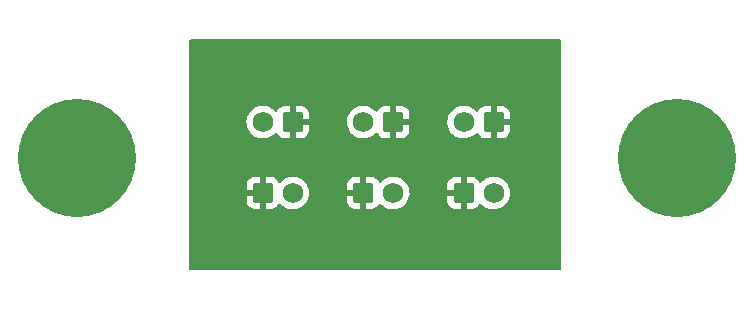
<source format=gbr>
%TF.GenerationSoftware,KiCad,Pcbnew,(6.0.7)*%
%TF.CreationDate,2022-11-15T19:19:08-05:00*%
%TF.ProjectId,4272Pwr_Sub_Dist,34323732-5077-4725-9f53-75625f446973,rev?*%
%TF.SameCoordinates,Original*%
%TF.FileFunction,Copper,L2,Bot*%
%TF.FilePolarity,Positive*%
%FSLAX46Y46*%
G04 Gerber Fmt 4.6, Leading zero omitted, Abs format (unit mm)*
G04 Created by KiCad (PCBNEW (6.0.7)) date 2022-11-15 19:19:08*
%MOMM*%
%LPD*%
G01*
G04 APERTURE LIST*
G04 Aperture macros list*
%AMRoundRect*
0 Rectangle with rounded corners*
0 $1 Rounding radius*
0 $2 $3 $4 $5 $6 $7 $8 $9 X,Y pos of 4 corners*
0 Add a 4 corners polygon primitive as box body*
4,1,4,$2,$3,$4,$5,$6,$7,$8,$9,$2,$3,0*
0 Add four circle primitives for the rounded corners*
1,1,$1+$1,$2,$3*
1,1,$1+$1,$4,$5*
1,1,$1+$1,$6,$7*
1,1,$1+$1,$8,$9*
0 Add four rect primitives between the rounded corners*
20,1,$1+$1,$2,$3,$4,$5,0*
20,1,$1+$1,$4,$5,$6,$7,0*
20,1,$1+$1,$6,$7,$8,$9,0*
20,1,$1+$1,$8,$9,$2,$3,0*%
G04 Aperture macros list end*
%TA.AperFunction,ComponentPad*%
%ADD10C,5.400000*%
%TD*%
%TA.AperFunction,ConnectorPad*%
%ADD11C,10.000000*%
%TD*%
%TA.AperFunction,ComponentPad*%
%ADD12RoundRect,0.250000X-0.620000X-0.620000X0.620000X-0.620000X0.620000X0.620000X-0.620000X0.620000X0*%
%TD*%
%TA.AperFunction,ComponentPad*%
%ADD13C,1.740000*%
%TD*%
%TA.AperFunction,ComponentPad*%
%ADD14RoundRect,0.250000X0.620000X0.620000X-0.620000X0.620000X-0.620000X-0.620000X0.620000X-0.620000X0*%
%TD*%
G04 APERTURE END LIST*
D10*
%TO.P,REF\u002A\u002A,1*%
%TO.N,N/C*%
X165800000Y-60000000D03*
D11*
X165800000Y-60000000D03*
%TD*%
D12*
%TO.P,P6,1,Pin_1*%
%TO.N,GND*%
X147730000Y-63000000D03*
D13*
%TO.P,P6,2,Pin_2*%
%TO.N,+5V*%
X150270000Y-63000000D03*
%TD*%
D12*
%TO.P,P5,1,Pin_1*%
%TO.N,GND*%
X139230000Y-63000000D03*
D13*
%TO.P,P5,2,Pin_2*%
%TO.N,+5V*%
X141770000Y-63000000D03*
%TD*%
D12*
%TO.P,P4,1,Pin_1*%
%TO.N,GND*%
X130730000Y-63000000D03*
D13*
%TO.P,P4,2,Pin_2*%
%TO.N,+5V*%
X133270000Y-63000000D03*
%TD*%
D14*
%TO.P,P3,1,Pin_1*%
%TO.N,GND*%
X150270000Y-57000000D03*
D13*
%TO.P,P3,2,Pin_2*%
%TO.N,+5V*%
X147730000Y-57000000D03*
%TD*%
D14*
%TO.P,P2,1,Pin_1*%
%TO.N,GND*%
X141770000Y-57000000D03*
D13*
%TO.P,P2,2,Pin_2*%
%TO.N,+5V*%
X139230000Y-57000000D03*
%TD*%
D14*
%TO.P,P1,1,Pin_1*%
%TO.N,GND*%
X133270000Y-57000000D03*
D13*
%TO.P,P1,2,Pin_2*%
%TO.N,+5V*%
X130730000Y-57000000D03*
%TD*%
D11*
%TO.P,REF\u002A\u002A,1*%
%TO.N,N/C*%
X115000000Y-60000000D03*
D10*
X115000000Y-60000000D03*
%TD*%
%TA.AperFunction,Conductor*%
%TO.N,GND*%
G36*
X155942121Y-50020002D02*
G01*
X155988614Y-50073658D01*
X156000000Y-50126000D01*
X156000000Y-69374000D01*
X155979998Y-69442121D01*
X155926342Y-69488614D01*
X155874000Y-69500000D01*
X124626000Y-69500000D01*
X124557879Y-69479998D01*
X124511386Y-69426342D01*
X124500000Y-69374000D01*
X124500000Y-63667095D01*
X129352001Y-63667095D01*
X129352338Y-63673614D01*
X129362257Y-63769206D01*
X129365149Y-63782600D01*
X129416588Y-63936784D01*
X129422761Y-63949962D01*
X129508063Y-64087807D01*
X129517099Y-64099208D01*
X129631829Y-64213739D01*
X129643240Y-64222751D01*
X129781243Y-64307816D01*
X129794424Y-64313963D01*
X129948710Y-64365138D01*
X129962086Y-64368005D01*
X130056438Y-64377672D01*
X130062854Y-64378000D01*
X130457885Y-64378000D01*
X130473124Y-64373525D01*
X130474329Y-64372135D01*
X130476000Y-64364452D01*
X130476000Y-64359884D01*
X130984000Y-64359884D01*
X130988475Y-64375123D01*
X130989865Y-64376328D01*
X130997548Y-64377999D01*
X131397095Y-64377999D01*
X131403614Y-64377662D01*
X131499206Y-64367743D01*
X131512600Y-64364851D01*
X131666784Y-64313412D01*
X131679962Y-64307239D01*
X131817807Y-64221937D01*
X131829208Y-64212901D01*
X131943739Y-64098171D01*
X131952751Y-64086760D01*
X132041658Y-63942525D01*
X132043653Y-63943755D01*
X132083121Y-63898930D01*
X132151399Y-63879469D01*
X132219359Y-63900011D01*
X132245636Y-63922967D01*
X132298823Y-63984368D01*
X132298828Y-63984373D01*
X132302209Y-63988276D01*
X132476615Y-64133071D01*
X132481082Y-64135681D01*
X132667867Y-64244829D01*
X132667870Y-64244831D01*
X132672329Y-64247436D01*
X132884093Y-64328301D01*
X132889161Y-64329332D01*
X132889164Y-64329333D01*
X132998172Y-64351511D01*
X133106221Y-64373494D01*
X133111394Y-64373684D01*
X133111397Y-64373684D01*
X133327583Y-64381611D01*
X133327587Y-64381611D01*
X133332747Y-64381800D01*
X133337867Y-64381144D01*
X133337869Y-64381144D01*
X133442478Y-64367743D01*
X133557588Y-64352997D01*
X133562537Y-64351512D01*
X133562543Y-64351511D01*
X133769756Y-64289344D01*
X133769755Y-64289344D01*
X133774706Y-64287859D01*
X133978270Y-64188134D01*
X133982475Y-64185134D01*
X133982481Y-64185131D01*
X134158609Y-64059500D01*
X134158611Y-64059498D01*
X134162813Y-64056501D01*
X134323378Y-63896495D01*
X134335613Y-63879469D01*
X134452636Y-63716613D01*
X134455654Y-63712413D01*
X134478052Y-63667095D01*
X137852001Y-63667095D01*
X137852338Y-63673614D01*
X137862257Y-63769206D01*
X137865149Y-63782600D01*
X137916588Y-63936784D01*
X137922761Y-63949962D01*
X138008063Y-64087807D01*
X138017099Y-64099208D01*
X138131829Y-64213739D01*
X138143240Y-64222751D01*
X138281243Y-64307816D01*
X138294424Y-64313963D01*
X138448710Y-64365138D01*
X138462086Y-64368005D01*
X138556438Y-64377672D01*
X138562854Y-64378000D01*
X138957885Y-64378000D01*
X138973124Y-64373525D01*
X138974329Y-64372135D01*
X138976000Y-64364452D01*
X138976000Y-64359884D01*
X139484000Y-64359884D01*
X139488475Y-64375123D01*
X139489865Y-64376328D01*
X139497548Y-64377999D01*
X139897095Y-64377999D01*
X139903614Y-64377662D01*
X139999206Y-64367743D01*
X140012600Y-64364851D01*
X140166784Y-64313412D01*
X140179962Y-64307239D01*
X140317807Y-64221937D01*
X140329208Y-64212901D01*
X140443739Y-64098171D01*
X140452751Y-64086760D01*
X140541658Y-63942525D01*
X140543653Y-63943755D01*
X140583121Y-63898930D01*
X140651399Y-63879469D01*
X140719359Y-63900011D01*
X140745636Y-63922967D01*
X140798823Y-63984368D01*
X140798828Y-63984373D01*
X140802209Y-63988276D01*
X140976615Y-64133071D01*
X140981082Y-64135681D01*
X141167867Y-64244829D01*
X141167870Y-64244831D01*
X141172329Y-64247436D01*
X141384093Y-64328301D01*
X141389161Y-64329332D01*
X141389164Y-64329333D01*
X141498172Y-64351511D01*
X141606221Y-64373494D01*
X141611394Y-64373684D01*
X141611397Y-64373684D01*
X141827583Y-64381611D01*
X141827587Y-64381611D01*
X141832747Y-64381800D01*
X141837867Y-64381144D01*
X141837869Y-64381144D01*
X141942478Y-64367743D01*
X142057588Y-64352997D01*
X142062537Y-64351512D01*
X142062543Y-64351511D01*
X142269756Y-64289344D01*
X142269755Y-64289344D01*
X142274706Y-64287859D01*
X142478270Y-64188134D01*
X142482475Y-64185134D01*
X142482481Y-64185131D01*
X142658609Y-64059500D01*
X142658611Y-64059498D01*
X142662813Y-64056501D01*
X142823378Y-63896495D01*
X142835613Y-63879469D01*
X142952636Y-63716613D01*
X142955654Y-63712413D01*
X142978052Y-63667095D01*
X146352001Y-63667095D01*
X146352338Y-63673614D01*
X146362257Y-63769206D01*
X146365149Y-63782600D01*
X146416588Y-63936784D01*
X146422761Y-63949962D01*
X146508063Y-64087807D01*
X146517099Y-64099208D01*
X146631829Y-64213739D01*
X146643240Y-64222751D01*
X146781243Y-64307816D01*
X146794424Y-64313963D01*
X146948710Y-64365138D01*
X146962086Y-64368005D01*
X147056438Y-64377672D01*
X147062854Y-64378000D01*
X147457885Y-64378000D01*
X147473124Y-64373525D01*
X147474329Y-64372135D01*
X147476000Y-64364452D01*
X147476000Y-64359884D01*
X147984000Y-64359884D01*
X147988475Y-64375123D01*
X147989865Y-64376328D01*
X147997548Y-64377999D01*
X148397095Y-64377999D01*
X148403614Y-64377662D01*
X148499206Y-64367743D01*
X148512600Y-64364851D01*
X148666784Y-64313412D01*
X148679962Y-64307239D01*
X148817807Y-64221937D01*
X148829208Y-64212901D01*
X148943739Y-64098171D01*
X148952751Y-64086760D01*
X149041658Y-63942525D01*
X149043653Y-63943755D01*
X149083121Y-63898930D01*
X149151399Y-63879469D01*
X149219359Y-63900011D01*
X149245636Y-63922967D01*
X149298823Y-63984368D01*
X149298828Y-63984373D01*
X149302209Y-63988276D01*
X149476615Y-64133071D01*
X149481082Y-64135681D01*
X149667867Y-64244829D01*
X149667870Y-64244831D01*
X149672329Y-64247436D01*
X149884093Y-64328301D01*
X149889161Y-64329332D01*
X149889164Y-64329333D01*
X149998172Y-64351511D01*
X150106221Y-64373494D01*
X150111394Y-64373684D01*
X150111397Y-64373684D01*
X150327583Y-64381611D01*
X150327587Y-64381611D01*
X150332747Y-64381800D01*
X150337867Y-64381144D01*
X150337869Y-64381144D01*
X150442478Y-64367743D01*
X150557588Y-64352997D01*
X150562537Y-64351512D01*
X150562543Y-64351511D01*
X150769756Y-64289344D01*
X150769755Y-64289344D01*
X150774706Y-64287859D01*
X150978270Y-64188134D01*
X150982475Y-64185134D01*
X150982481Y-64185131D01*
X151158609Y-64059500D01*
X151158611Y-64059498D01*
X151162813Y-64056501D01*
X151323378Y-63896495D01*
X151335613Y-63879469D01*
X151452636Y-63716613D01*
X151455654Y-63712413D01*
X151556089Y-63509199D01*
X151621985Y-63292310D01*
X151651573Y-63067570D01*
X151653224Y-63000000D01*
X151647077Y-62925233D01*
X151635074Y-62779235D01*
X151635073Y-62779229D01*
X151634650Y-62774084D01*
X151579428Y-62554234D01*
X151577369Y-62549498D01*
X151491100Y-62351093D01*
X151491098Y-62351090D01*
X151489040Y-62346356D01*
X151476155Y-62326438D01*
X151368722Y-62160373D01*
X151368720Y-62160370D01*
X151365914Y-62156033D01*
X151213356Y-61988374D01*
X151209305Y-61985175D01*
X151209301Y-61985171D01*
X151039519Y-61851085D01*
X151039515Y-61851083D01*
X151035464Y-61847883D01*
X150837015Y-61738334D01*
X150832146Y-61736610D01*
X150832142Y-61736608D01*
X150628214Y-61664393D01*
X150628210Y-61664392D01*
X150623339Y-61662667D01*
X150618246Y-61661760D01*
X150618243Y-61661759D01*
X150545832Y-61648861D01*
X150400173Y-61622915D01*
X150314179Y-61621864D01*
X150178681Y-61620208D01*
X150178679Y-61620208D01*
X150173511Y-61620145D01*
X149949441Y-61654433D01*
X149733979Y-61724857D01*
X149729391Y-61727245D01*
X149729387Y-61727247D01*
X149537502Y-61827136D01*
X149532913Y-61829525D01*
X149528780Y-61832628D01*
X149528777Y-61832630D01*
X149421415Y-61913240D01*
X149351641Y-61965628D01*
X149326255Y-61992193D01*
X149241261Y-62081134D01*
X149179737Y-62116564D01*
X149108824Y-62113107D01*
X149051038Y-62071861D01*
X149041346Y-62056112D01*
X149041094Y-62056268D01*
X148951937Y-61912193D01*
X148942901Y-61900792D01*
X148828171Y-61786261D01*
X148816760Y-61777249D01*
X148678757Y-61692184D01*
X148665576Y-61686037D01*
X148511290Y-61634862D01*
X148497914Y-61631995D01*
X148403562Y-61622328D01*
X148397145Y-61622000D01*
X148002115Y-61622000D01*
X147986876Y-61626475D01*
X147985671Y-61627865D01*
X147984000Y-61635548D01*
X147984000Y-64359884D01*
X147476000Y-64359884D01*
X147476000Y-63272115D01*
X147471525Y-63256876D01*
X147470135Y-63255671D01*
X147462452Y-63254000D01*
X146370116Y-63254000D01*
X146354877Y-63258475D01*
X146353672Y-63259865D01*
X146352001Y-63267548D01*
X146352001Y-63667095D01*
X142978052Y-63667095D01*
X143056089Y-63509199D01*
X143121985Y-63292310D01*
X143151573Y-63067570D01*
X143153224Y-63000000D01*
X143147077Y-62925233D01*
X143135074Y-62779235D01*
X143135073Y-62779229D01*
X143134650Y-62774084D01*
X143123046Y-62727885D01*
X146352000Y-62727885D01*
X146356475Y-62743124D01*
X146357865Y-62744329D01*
X146365548Y-62746000D01*
X147457885Y-62746000D01*
X147473124Y-62741525D01*
X147474329Y-62740135D01*
X147476000Y-62732452D01*
X147476000Y-61640116D01*
X147471525Y-61624877D01*
X147470135Y-61623672D01*
X147462452Y-61622001D01*
X147062905Y-61622001D01*
X147056386Y-61622338D01*
X146960794Y-61632257D01*
X146947400Y-61635149D01*
X146793216Y-61686588D01*
X146780038Y-61692761D01*
X146642193Y-61778063D01*
X146630792Y-61787099D01*
X146516261Y-61901829D01*
X146507249Y-61913240D01*
X146422184Y-62051243D01*
X146416037Y-62064424D01*
X146364862Y-62218710D01*
X146361995Y-62232086D01*
X146352328Y-62326438D01*
X146352000Y-62332855D01*
X146352000Y-62727885D01*
X143123046Y-62727885D01*
X143079428Y-62554234D01*
X143077369Y-62549498D01*
X142991100Y-62351093D01*
X142991098Y-62351090D01*
X142989040Y-62346356D01*
X142976155Y-62326438D01*
X142868722Y-62160373D01*
X142868720Y-62160370D01*
X142865914Y-62156033D01*
X142713356Y-61988374D01*
X142709305Y-61985175D01*
X142709301Y-61985171D01*
X142539519Y-61851085D01*
X142539515Y-61851083D01*
X142535464Y-61847883D01*
X142337015Y-61738334D01*
X142332146Y-61736610D01*
X142332142Y-61736608D01*
X142128214Y-61664393D01*
X142128210Y-61664392D01*
X142123339Y-61662667D01*
X142118246Y-61661760D01*
X142118243Y-61661759D01*
X142045832Y-61648861D01*
X141900173Y-61622915D01*
X141814179Y-61621864D01*
X141678681Y-61620208D01*
X141678679Y-61620208D01*
X141673511Y-61620145D01*
X141449441Y-61654433D01*
X141233979Y-61724857D01*
X141229391Y-61727245D01*
X141229387Y-61727247D01*
X141037502Y-61827136D01*
X141032913Y-61829525D01*
X141028780Y-61832628D01*
X141028777Y-61832630D01*
X140921415Y-61913240D01*
X140851641Y-61965628D01*
X140826255Y-61992193D01*
X140741261Y-62081134D01*
X140679737Y-62116564D01*
X140608824Y-62113107D01*
X140551038Y-62071861D01*
X140541346Y-62056112D01*
X140541094Y-62056268D01*
X140451937Y-61912193D01*
X140442901Y-61900792D01*
X140328171Y-61786261D01*
X140316760Y-61777249D01*
X140178757Y-61692184D01*
X140165576Y-61686037D01*
X140011290Y-61634862D01*
X139997914Y-61631995D01*
X139903562Y-61622328D01*
X139897145Y-61622000D01*
X139502115Y-61622000D01*
X139486876Y-61626475D01*
X139485671Y-61627865D01*
X139484000Y-61635548D01*
X139484000Y-64359884D01*
X138976000Y-64359884D01*
X138976000Y-63272115D01*
X138971525Y-63256876D01*
X138970135Y-63255671D01*
X138962452Y-63254000D01*
X137870116Y-63254000D01*
X137854877Y-63258475D01*
X137853672Y-63259865D01*
X137852001Y-63267548D01*
X137852001Y-63667095D01*
X134478052Y-63667095D01*
X134556089Y-63509199D01*
X134621985Y-63292310D01*
X134651573Y-63067570D01*
X134653224Y-63000000D01*
X134647077Y-62925233D01*
X134635074Y-62779235D01*
X134635073Y-62779229D01*
X134634650Y-62774084D01*
X134623046Y-62727885D01*
X137852000Y-62727885D01*
X137856475Y-62743124D01*
X137857865Y-62744329D01*
X137865548Y-62746000D01*
X138957885Y-62746000D01*
X138973124Y-62741525D01*
X138974329Y-62740135D01*
X138976000Y-62732452D01*
X138976000Y-61640116D01*
X138971525Y-61624877D01*
X138970135Y-61623672D01*
X138962452Y-61622001D01*
X138562905Y-61622001D01*
X138556386Y-61622338D01*
X138460794Y-61632257D01*
X138447400Y-61635149D01*
X138293216Y-61686588D01*
X138280038Y-61692761D01*
X138142193Y-61778063D01*
X138130792Y-61787099D01*
X138016261Y-61901829D01*
X138007249Y-61913240D01*
X137922184Y-62051243D01*
X137916037Y-62064424D01*
X137864862Y-62218710D01*
X137861995Y-62232086D01*
X137852328Y-62326438D01*
X137852000Y-62332855D01*
X137852000Y-62727885D01*
X134623046Y-62727885D01*
X134579428Y-62554234D01*
X134577369Y-62549498D01*
X134491100Y-62351093D01*
X134491098Y-62351090D01*
X134489040Y-62346356D01*
X134476155Y-62326438D01*
X134368722Y-62160373D01*
X134368720Y-62160370D01*
X134365914Y-62156033D01*
X134213356Y-61988374D01*
X134209305Y-61985175D01*
X134209301Y-61985171D01*
X134039519Y-61851085D01*
X134039515Y-61851083D01*
X134035464Y-61847883D01*
X133837015Y-61738334D01*
X133832146Y-61736610D01*
X133832142Y-61736608D01*
X133628214Y-61664393D01*
X133628210Y-61664392D01*
X133623339Y-61662667D01*
X133618246Y-61661760D01*
X133618243Y-61661759D01*
X133545832Y-61648861D01*
X133400173Y-61622915D01*
X133314179Y-61621864D01*
X133178681Y-61620208D01*
X133178679Y-61620208D01*
X133173511Y-61620145D01*
X132949441Y-61654433D01*
X132733979Y-61724857D01*
X132729391Y-61727245D01*
X132729387Y-61727247D01*
X132537502Y-61827136D01*
X132532913Y-61829525D01*
X132528780Y-61832628D01*
X132528777Y-61832630D01*
X132421415Y-61913240D01*
X132351641Y-61965628D01*
X132326255Y-61992193D01*
X132241261Y-62081134D01*
X132179737Y-62116564D01*
X132108824Y-62113107D01*
X132051038Y-62071861D01*
X132041346Y-62056112D01*
X132041094Y-62056268D01*
X131951937Y-61912193D01*
X131942901Y-61900792D01*
X131828171Y-61786261D01*
X131816760Y-61777249D01*
X131678757Y-61692184D01*
X131665576Y-61686037D01*
X131511290Y-61634862D01*
X131497914Y-61631995D01*
X131403562Y-61622328D01*
X131397145Y-61622000D01*
X131002115Y-61622000D01*
X130986876Y-61626475D01*
X130985671Y-61627865D01*
X130984000Y-61635548D01*
X130984000Y-64359884D01*
X130476000Y-64359884D01*
X130476000Y-63272115D01*
X130471525Y-63256876D01*
X130470135Y-63255671D01*
X130462452Y-63254000D01*
X129370116Y-63254000D01*
X129354877Y-63258475D01*
X129353672Y-63259865D01*
X129352001Y-63267548D01*
X129352001Y-63667095D01*
X124500000Y-63667095D01*
X124500000Y-62727885D01*
X129352000Y-62727885D01*
X129356475Y-62743124D01*
X129357865Y-62744329D01*
X129365548Y-62746000D01*
X130457885Y-62746000D01*
X130473124Y-62741525D01*
X130474329Y-62740135D01*
X130476000Y-62732452D01*
X130476000Y-61640116D01*
X130471525Y-61624877D01*
X130470135Y-61623672D01*
X130462452Y-61622001D01*
X130062905Y-61622001D01*
X130056386Y-61622338D01*
X129960794Y-61632257D01*
X129947400Y-61635149D01*
X129793216Y-61686588D01*
X129780038Y-61692761D01*
X129642193Y-61778063D01*
X129630792Y-61787099D01*
X129516261Y-61901829D01*
X129507249Y-61913240D01*
X129422184Y-62051243D01*
X129416037Y-62064424D01*
X129364862Y-62218710D01*
X129361995Y-62232086D01*
X129352328Y-62326438D01*
X129352000Y-62332855D01*
X129352000Y-62727885D01*
X124500000Y-62727885D01*
X124500000Y-56966205D01*
X129347189Y-56966205D01*
X129347486Y-56971358D01*
X129347486Y-56971361D01*
X129353033Y-57067570D01*
X129360237Y-57192508D01*
X129361374Y-57197554D01*
X129361375Y-57197560D01*
X129375417Y-57259865D01*
X129410072Y-57413640D01*
X129495354Y-57623665D01*
X129613793Y-57816940D01*
X129617174Y-57820843D01*
X129758824Y-57984369D01*
X129758828Y-57984373D01*
X129762209Y-57988276D01*
X129936615Y-58133071D01*
X129941082Y-58135681D01*
X130127867Y-58244829D01*
X130127870Y-58244831D01*
X130132329Y-58247436D01*
X130344093Y-58328301D01*
X130349161Y-58329332D01*
X130349164Y-58329333D01*
X130458172Y-58351511D01*
X130566221Y-58373494D01*
X130571394Y-58373684D01*
X130571397Y-58373684D01*
X130787583Y-58381611D01*
X130787587Y-58381611D01*
X130792747Y-58381800D01*
X130797867Y-58381144D01*
X130797869Y-58381144D01*
X130902478Y-58367743D01*
X131017588Y-58352997D01*
X131022537Y-58351512D01*
X131022543Y-58351511D01*
X131229756Y-58289344D01*
X131229755Y-58289344D01*
X131234706Y-58287859D01*
X131438270Y-58188134D01*
X131442475Y-58185134D01*
X131442481Y-58185131D01*
X131618609Y-58059500D01*
X131618611Y-58059498D01*
X131622813Y-58056501D01*
X131761607Y-57918190D01*
X131823978Y-57884274D01*
X131894785Y-57889462D01*
X131951547Y-57932108D01*
X131958614Y-57943913D01*
X131958906Y-57943732D01*
X132048063Y-58087807D01*
X132057099Y-58099208D01*
X132171829Y-58213739D01*
X132183240Y-58222751D01*
X132321243Y-58307816D01*
X132334424Y-58313963D01*
X132488710Y-58365138D01*
X132502086Y-58368005D01*
X132596438Y-58377672D01*
X132602854Y-58378000D01*
X132997885Y-58378000D01*
X133013124Y-58373525D01*
X133014329Y-58372135D01*
X133016000Y-58364452D01*
X133016000Y-58359884D01*
X133524000Y-58359884D01*
X133528475Y-58375123D01*
X133529865Y-58376328D01*
X133537548Y-58377999D01*
X133937095Y-58377999D01*
X133943614Y-58377662D01*
X134039206Y-58367743D01*
X134052600Y-58364851D01*
X134206784Y-58313412D01*
X134219962Y-58307239D01*
X134357807Y-58221937D01*
X134369208Y-58212901D01*
X134483739Y-58098171D01*
X134492751Y-58086760D01*
X134577816Y-57948757D01*
X134583963Y-57935576D01*
X134635138Y-57781290D01*
X134638005Y-57767914D01*
X134647672Y-57673562D01*
X134648000Y-57667146D01*
X134648000Y-57272115D01*
X134643525Y-57256876D01*
X134642135Y-57255671D01*
X134634452Y-57254000D01*
X133542115Y-57254000D01*
X133526876Y-57258475D01*
X133525671Y-57259865D01*
X133524000Y-57267548D01*
X133524000Y-58359884D01*
X133016000Y-58359884D01*
X133016000Y-56966205D01*
X137847189Y-56966205D01*
X137847486Y-56971358D01*
X137847486Y-56971361D01*
X137853033Y-57067570D01*
X137860237Y-57192508D01*
X137861374Y-57197554D01*
X137861375Y-57197560D01*
X137875417Y-57259865D01*
X137910072Y-57413640D01*
X137995354Y-57623665D01*
X138113793Y-57816940D01*
X138117174Y-57820843D01*
X138258824Y-57984369D01*
X138258828Y-57984373D01*
X138262209Y-57988276D01*
X138436615Y-58133071D01*
X138441082Y-58135681D01*
X138627867Y-58244829D01*
X138627870Y-58244831D01*
X138632329Y-58247436D01*
X138844093Y-58328301D01*
X138849161Y-58329332D01*
X138849164Y-58329333D01*
X138958172Y-58351511D01*
X139066221Y-58373494D01*
X139071394Y-58373684D01*
X139071397Y-58373684D01*
X139287583Y-58381611D01*
X139287587Y-58381611D01*
X139292747Y-58381800D01*
X139297867Y-58381144D01*
X139297869Y-58381144D01*
X139402478Y-58367743D01*
X139517588Y-58352997D01*
X139522537Y-58351512D01*
X139522543Y-58351511D01*
X139729756Y-58289344D01*
X139729755Y-58289344D01*
X139734706Y-58287859D01*
X139938270Y-58188134D01*
X139942475Y-58185134D01*
X139942481Y-58185131D01*
X140118609Y-58059500D01*
X140118611Y-58059498D01*
X140122813Y-58056501D01*
X140261607Y-57918190D01*
X140323978Y-57884274D01*
X140394785Y-57889462D01*
X140451547Y-57932108D01*
X140458614Y-57943913D01*
X140458906Y-57943732D01*
X140548063Y-58087807D01*
X140557099Y-58099208D01*
X140671829Y-58213739D01*
X140683240Y-58222751D01*
X140821243Y-58307816D01*
X140834424Y-58313963D01*
X140988710Y-58365138D01*
X141002086Y-58368005D01*
X141096438Y-58377672D01*
X141102854Y-58378000D01*
X141497885Y-58378000D01*
X141513124Y-58373525D01*
X141514329Y-58372135D01*
X141516000Y-58364452D01*
X141516000Y-58359884D01*
X142024000Y-58359884D01*
X142028475Y-58375123D01*
X142029865Y-58376328D01*
X142037548Y-58377999D01*
X142437095Y-58377999D01*
X142443614Y-58377662D01*
X142539206Y-58367743D01*
X142552600Y-58364851D01*
X142706784Y-58313412D01*
X142719962Y-58307239D01*
X142857807Y-58221937D01*
X142869208Y-58212901D01*
X142983739Y-58098171D01*
X142992751Y-58086760D01*
X143077816Y-57948757D01*
X143083963Y-57935576D01*
X143135138Y-57781290D01*
X143138005Y-57767914D01*
X143147672Y-57673562D01*
X143148000Y-57667146D01*
X143148000Y-57272115D01*
X143143525Y-57256876D01*
X143142135Y-57255671D01*
X143134452Y-57254000D01*
X142042115Y-57254000D01*
X142026876Y-57258475D01*
X142025671Y-57259865D01*
X142024000Y-57267548D01*
X142024000Y-58359884D01*
X141516000Y-58359884D01*
X141516000Y-56966205D01*
X146347189Y-56966205D01*
X146347486Y-56971358D01*
X146347486Y-56971361D01*
X146353033Y-57067570D01*
X146360237Y-57192508D01*
X146361374Y-57197554D01*
X146361375Y-57197560D01*
X146375417Y-57259865D01*
X146410072Y-57413640D01*
X146495354Y-57623665D01*
X146613793Y-57816940D01*
X146617174Y-57820843D01*
X146758824Y-57984369D01*
X146758828Y-57984373D01*
X146762209Y-57988276D01*
X146936615Y-58133071D01*
X146941082Y-58135681D01*
X147127867Y-58244829D01*
X147127870Y-58244831D01*
X147132329Y-58247436D01*
X147344093Y-58328301D01*
X147349161Y-58329332D01*
X147349164Y-58329333D01*
X147458172Y-58351511D01*
X147566221Y-58373494D01*
X147571394Y-58373684D01*
X147571397Y-58373684D01*
X147787583Y-58381611D01*
X147787587Y-58381611D01*
X147792747Y-58381800D01*
X147797867Y-58381144D01*
X147797869Y-58381144D01*
X147902478Y-58367743D01*
X148017588Y-58352997D01*
X148022537Y-58351512D01*
X148022543Y-58351511D01*
X148229756Y-58289344D01*
X148229755Y-58289344D01*
X148234706Y-58287859D01*
X148438270Y-58188134D01*
X148442475Y-58185134D01*
X148442481Y-58185131D01*
X148618609Y-58059500D01*
X148618611Y-58059498D01*
X148622813Y-58056501D01*
X148761607Y-57918190D01*
X148823978Y-57884274D01*
X148894785Y-57889462D01*
X148951547Y-57932108D01*
X148958614Y-57943913D01*
X148958906Y-57943732D01*
X149048063Y-58087807D01*
X149057099Y-58099208D01*
X149171829Y-58213739D01*
X149183240Y-58222751D01*
X149321243Y-58307816D01*
X149334424Y-58313963D01*
X149488710Y-58365138D01*
X149502086Y-58368005D01*
X149596438Y-58377672D01*
X149602854Y-58378000D01*
X149997885Y-58378000D01*
X150013124Y-58373525D01*
X150014329Y-58372135D01*
X150016000Y-58364452D01*
X150016000Y-58359884D01*
X150524000Y-58359884D01*
X150528475Y-58375123D01*
X150529865Y-58376328D01*
X150537548Y-58377999D01*
X150937095Y-58377999D01*
X150943614Y-58377662D01*
X151039206Y-58367743D01*
X151052600Y-58364851D01*
X151206784Y-58313412D01*
X151219962Y-58307239D01*
X151357807Y-58221937D01*
X151369208Y-58212901D01*
X151483739Y-58098171D01*
X151492751Y-58086760D01*
X151577816Y-57948757D01*
X151583963Y-57935576D01*
X151635138Y-57781290D01*
X151638005Y-57767914D01*
X151647672Y-57673562D01*
X151648000Y-57667146D01*
X151648000Y-57272115D01*
X151643525Y-57256876D01*
X151642135Y-57255671D01*
X151634452Y-57254000D01*
X150542115Y-57254000D01*
X150526876Y-57258475D01*
X150525671Y-57259865D01*
X150524000Y-57267548D01*
X150524000Y-58359884D01*
X150016000Y-58359884D01*
X150016000Y-56727885D01*
X150524000Y-56727885D01*
X150528475Y-56743124D01*
X150529865Y-56744329D01*
X150537548Y-56746000D01*
X151629884Y-56746000D01*
X151645123Y-56741525D01*
X151646328Y-56740135D01*
X151647999Y-56732452D01*
X151647999Y-56332905D01*
X151647662Y-56326386D01*
X151637743Y-56230794D01*
X151634851Y-56217400D01*
X151583412Y-56063216D01*
X151577239Y-56050038D01*
X151491937Y-55912193D01*
X151482901Y-55900792D01*
X151368171Y-55786261D01*
X151356760Y-55777249D01*
X151218757Y-55692184D01*
X151205576Y-55686037D01*
X151051290Y-55634862D01*
X151037914Y-55631995D01*
X150943562Y-55622328D01*
X150937145Y-55622000D01*
X150542115Y-55622000D01*
X150526876Y-55626475D01*
X150525671Y-55627865D01*
X150524000Y-55635548D01*
X150524000Y-56727885D01*
X150016000Y-56727885D01*
X150016000Y-55640116D01*
X150011525Y-55624877D01*
X150010135Y-55623672D01*
X150002452Y-55622001D01*
X149602905Y-55622001D01*
X149596386Y-55622338D01*
X149500794Y-55632257D01*
X149487400Y-55635149D01*
X149333216Y-55686588D01*
X149320038Y-55692761D01*
X149182193Y-55778063D01*
X149170792Y-55787099D01*
X149056261Y-55901829D01*
X149047249Y-55913240D01*
X148958342Y-56057475D01*
X148956401Y-56056279D01*
X148916784Y-56101275D01*
X148848507Y-56120737D01*
X148780547Y-56100196D01*
X148756311Y-56079540D01*
X148676837Y-55992198D01*
X148676828Y-55992189D01*
X148673356Y-55988374D01*
X148669305Y-55985175D01*
X148669301Y-55985171D01*
X148499519Y-55851085D01*
X148499515Y-55851083D01*
X148495464Y-55847883D01*
X148297015Y-55738334D01*
X148292146Y-55736610D01*
X148292142Y-55736608D01*
X148088214Y-55664393D01*
X148088210Y-55664392D01*
X148083339Y-55662667D01*
X148078246Y-55661760D01*
X148078243Y-55661759D01*
X148005832Y-55648861D01*
X147860173Y-55622915D01*
X147774179Y-55621864D01*
X147638681Y-55620208D01*
X147638679Y-55620208D01*
X147633511Y-55620145D01*
X147409441Y-55654433D01*
X147193979Y-55724857D01*
X147189391Y-55727245D01*
X147189387Y-55727247D01*
X146997502Y-55827136D01*
X146992913Y-55829525D01*
X146988780Y-55832628D01*
X146988777Y-55832630D01*
X146881415Y-55913240D01*
X146811641Y-55965628D01*
X146655033Y-56129509D01*
X146652119Y-56133781D01*
X146652118Y-56133782D01*
X146595078Y-56217400D01*
X146527294Y-56316768D01*
X146431854Y-56522375D01*
X146371277Y-56740810D01*
X146347189Y-56966205D01*
X141516000Y-56966205D01*
X141516000Y-56727885D01*
X142024000Y-56727885D01*
X142028475Y-56743124D01*
X142029865Y-56744329D01*
X142037548Y-56746000D01*
X143129884Y-56746000D01*
X143145123Y-56741525D01*
X143146328Y-56740135D01*
X143147999Y-56732452D01*
X143147999Y-56332905D01*
X143147662Y-56326386D01*
X143137743Y-56230794D01*
X143134851Y-56217400D01*
X143083412Y-56063216D01*
X143077239Y-56050038D01*
X142991937Y-55912193D01*
X142982901Y-55900792D01*
X142868171Y-55786261D01*
X142856760Y-55777249D01*
X142718757Y-55692184D01*
X142705576Y-55686037D01*
X142551290Y-55634862D01*
X142537914Y-55631995D01*
X142443562Y-55622328D01*
X142437145Y-55622000D01*
X142042115Y-55622000D01*
X142026876Y-55626475D01*
X142025671Y-55627865D01*
X142024000Y-55635548D01*
X142024000Y-56727885D01*
X141516000Y-56727885D01*
X141516000Y-55640116D01*
X141511525Y-55624877D01*
X141510135Y-55623672D01*
X141502452Y-55622001D01*
X141102905Y-55622001D01*
X141096386Y-55622338D01*
X141000794Y-55632257D01*
X140987400Y-55635149D01*
X140833216Y-55686588D01*
X140820038Y-55692761D01*
X140682193Y-55778063D01*
X140670792Y-55787099D01*
X140556261Y-55901829D01*
X140547249Y-55913240D01*
X140458342Y-56057475D01*
X140456401Y-56056279D01*
X140416784Y-56101275D01*
X140348507Y-56120737D01*
X140280547Y-56100196D01*
X140256311Y-56079540D01*
X140176837Y-55992198D01*
X140176828Y-55992189D01*
X140173356Y-55988374D01*
X140169305Y-55985175D01*
X140169301Y-55985171D01*
X139999519Y-55851085D01*
X139999515Y-55851083D01*
X139995464Y-55847883D01*
X139797015Y-55738334D01*
X139792146Y-55736610D01*
X139792142Y-55736608D01*
X139588214Y-55664393D01*
X139588210Y-55664392D01*
X139583339Y-55662667D01*
X139578246Y-55661760D01*
X139578243Y-55661759D01*
X139505832Y-55648861D01*
X139360173Y-55622915D01*
X139274179Y-55621864D01*
X139138681Y-55620208D01*
X139138679Y-55620208D01*
X139133511Y-55620145D01*
X138909441Y-55654433D01*
X138693979Y-55724857D01*
X138689391Y-55727245D01*
X138689387Y-55727247D01*
X138497502Y-55827136D01*
X138492913Y-55829525D01*
X138488780Y-55832628D01*
X138488777Y-55832630D01*
X138381415Y-55913240D01*
X138311641Y-55965628D01*
X138155033Y-56129509D01*
X138152119Y-56133781D01*
X138152118Y-56133782D01*
X138095078Y-56217400D01*
X138027294Y-56316768D01*
X137931854Y-56522375D01*
X137871277Y-56740810D01*
X137847189Y-56966205D01*
X133016000Y-56966205D01*
X133016000Y-56727885D01*
X133524000Y-56727885D01*
X133528475Y-56743124D01*
X133529865Y-56744329D01*
X133537548Y-56746000D01*
X134629884Y-56746000D01*
X134645123Y-56741525D01*
X134646328Y-56740135D01*
X134647999Y-56732452D01*
X134647999Y-56332905D01*
X134647662Y-56326386D01*
X134637743Y-56230794D01*
X134634851Y-56217400D01*
X134583412Y-56063216D01*
X134577239Y-56050038D01*
X134491937Y-55912193D01*
X134482901Y-55900792D01*
X134368171Y-55786261D01*
X134356760Y-55777249D01*
X134218757Y-55692184D01*
X134205576Y-55686037D01*
X134051290Y-55634862D01*
X134037914Y-55631995D01*
X133943562Y-55622328D01*
X133937145Y-55622000D01*
X133542115Y-55622000D01*
X133526876Y-55626475D01*
X133525671Y-55627865D01*
X133524000Y-55635548D01*
X133524000Y-56727885D01*
X133016000Y-56727885D01*
X133016000Y-55640116D01*
X133011525Y-55624877D01*
X133010135Y-55623672D01*
X133002452Y-55622001D01*
X132602905Y-55622001D01*
X132596386Y-55622338D01*
X132500794Y-55632257D01*
X132487400Y-55635149D01*
X132333216Y-55686588D01*
X132320038Y-55692761D01*
X132182193Y-55778063D01*
X132170792Y-55787099D01*
X132056261Y-55901829D01*
X132047249Y-55913240D01*
X131958342Y-56057475D01*
X131956401Y-56056279D01*
X131916784Y-56101275D01*
X131848507Y-56120737D01*
X131780547Y-56100196D01*
X131756311Y-56079540D01*
X131676837Y-55992198D01*
X131676828Y-55992189D01*
X131673356Y-55988374D01*
X131669305Y-55985175D01*
X131669301Y-55985171D01*
X131499519Y-55851085D01*
X131499515Y-55851083D01*
X131495464Y-55847883D01*
X131297015Y-55738334D01*
X131292146Y-55736610D01*
X131292142Y-55736608D01*
X131088214Y-55664393D01*
X131088210Y-55664392D01*
X131083339Y-55662667D01*
X131078246Y-55661760D01*
X131078243Y-55661759D01*
X131005832Y-55648861D01*
X130860173Y-55622915D01*
X130774179Y-55621864D01*
X130638681Y-55620208D01*
X130638679Y-55620208D01*
X130633511Y-55620145D01*
X130409441Y-55654433D01*
X130193979Y-55724857D01*
X130189391Y-55727245D01*
X130189387Y-55727247D01*
X129997502Y-55827136D01*
X129992913Y-55829525D01*
X129988780Y-55832628D01*
X129988777Y-55832630D01*
X129881415Y-55913240D01*
X129811641Y-55965628D01*
X129655033Y-56129509D01*
X129652119Y-56133781D01*
X129652118Y-56133782D01*
X129595078Y-56217400D01*
X129527294Y-56316768D01*
X129431854Y-56522375D01*
X129371277Y-56740810D01*
X129347189Y-56966205D01*
X124500000Y-56966205D01*
X124500000Y-50126000D01*
X124520002Y-50057879D01*
X124573658Y-50011386D01*
X124626000Y-50000000D01*
X155874000Y-50000000D01*
X155942121Y-50020002D01*
G37*
%TD.AperFunction*%
%TD*%
M02*

</source>
